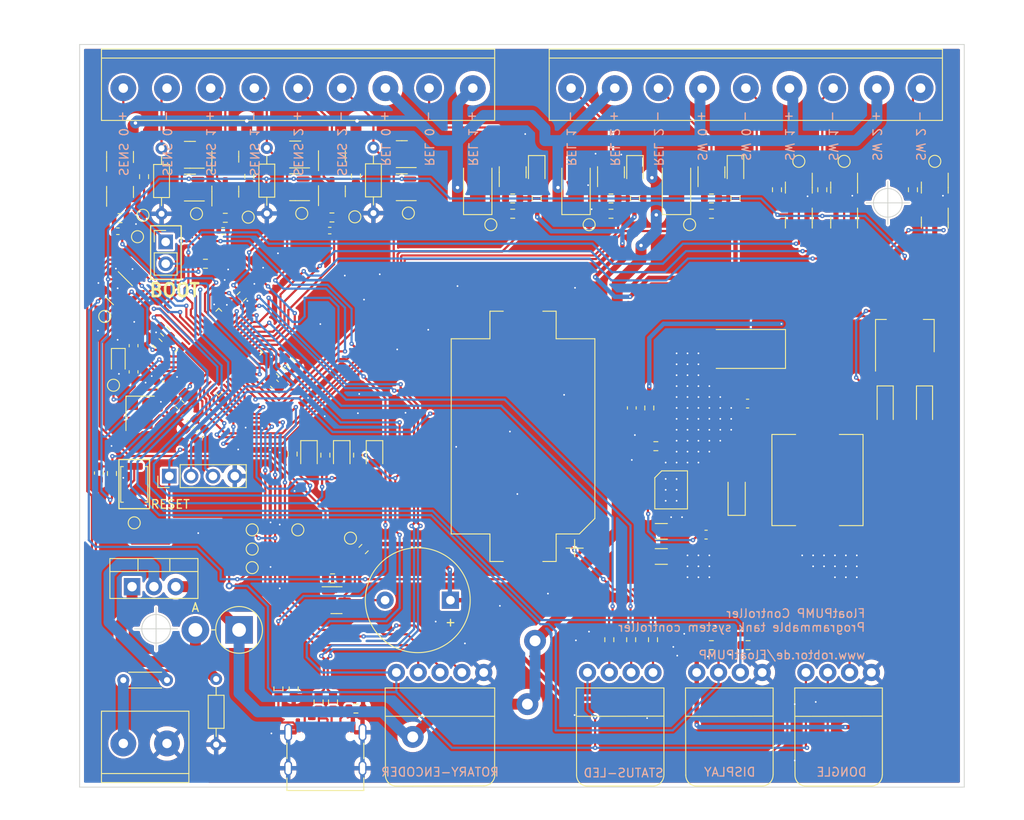
<source format=kicad_pcb>
(kicad_pcb (version 20211014) (generator pcbnew)

  (general
    (thickness 1.6)
  )

  (paper "A4")
  (title_block
    (title "FloatPUMP Basic Boards")
    (date "2022-11-22")
    (rev "1.0")
    (company "www.robtor.de")
  )

  (layers
    (0 "F.Cu" signal)
    (31 "B.Cu" signal)
    (32 "B.Adhes" user "B.Adhesive")
    (33 "F.Adhes" user "F.Adhesive")
    (34 "B.Paste" user)
    (35 "F.Paste" user)
    (36 "B.SilkS" user "B.Silkscreen")
    (37 "F.SilkS" user "F.Silkscreen")
    (38 "B.Mask" user)
    (39 "F.Mask" user)
    (40 "Dwgs.User" user "User.Drawings")
    (41 "Cmts.User" user "User.Comments")
    (42 "Eco1.User" user "User.Eco1")
    (43 "Eco2.User" user "User.Eco2")
    (44 "Edge.Cuts" user)
    (45 "Margin" user)
    (46 "B.CrtYd" user "B.Courtyard")
    (47 "F.CrtYd" user "F.Courtyard")
    (48 "B.Fab" user)
    (49 "F.Fab" user)
    (50 "User.1" user)
    (51 "User.2" user)
    (52 "User.3" user)
    (53 "User.4" user)
    (54 "User.5" user)
    (55 "User.6" user)
    (56 "User.7" user)
    (57 "User.8" user)
    (58 "User.9" user)
  )

  (setup
    (stackup
      (layer "F.SilkS" (type "Top Silk Screen"))
      (layer "F.Paste" (type "Top Solder Paste"))
      (layer "F.Mask" (type "Top Solder Mask") (thickness 0.01))
      (layer "F.Cu" (type "copper") (thickness 0.035))
      (layer "dielectric 1" (type "core") (thickness 1.51) (material "FR4") (epsilon_r 4.5) (loss_tangent 0.02))
      (layer "B.Cu" (type "copper") (thickness 0.035))
      (layer "B.Mask" (type "Bottom Solder Mask") (thickness 0.01))
      (layer "B.Paste" (type "Bottom Solder Paste"))
      (layer "B.SilkS" (type "Bottom Silk Screen"))
      (copper_finish "None")
      (dielectric_constraints no)
    )
    (pad_to_mask_clearance 0)
    (pcbplotparams
      (layerselection 0x00010fc_ffffffff)
      (disableapertmacros false)
      (usegerberextensions false)
      (usegerberattributes true)
      (usegerberadvancedattributes true)
      (creategerberjobfile true)
      (svguseinch false)
      (svgprecision 6)
      (excludeedgelayer true)
      (plotframeref false)
      (viasonmask false)
      (mode 1)
      (useauxorigin false)
      (hpglpennumber 1)
      (hpglpenspeed 20)
      (hpglpendiameter 15.000000)
      (dxfpolygonmode true)
      (dxfimperialunits true)
      (dxfusepcbnewfont true)
      (psnegative false)
      (psa4output false)
      (plotreference true)
      (plotvalue true)
      (plotinvisibletext false)
      (sketchpadsonfab false)
      (subtractmaskfromsilk false)
      (outputformat 1)
      (mirror false)
      (drillshape 1)
      (scaleselection 1)
      (outputdirectory "")
    )
  )

  (net 0 "")
  (net 1 "/cryst1+")
  (net 2 "GND")
  (net 3 "/cryst1-")
  (net 4 "Net-(C3-Pad1)")
  (net 5 "/cryst2+")
  (net 6 "/cryst2-")
  (net 7 "Net-(C6-Pad1)")
  (net 8 "/VBAT")
  (net 9 "/NRST")
  (net 10 "Net-(D1-Pad1)")
  (net 11 "+3.3V")
  (net 12 "Net-(D2-Pad1)")
  (net 13 "Net-(D3-Pad1)")
  (net 14 "/VB")
  (net 15 "T11")
  (net 16 "T13")
  (net 17 "T15")
  (net 18 "T17")
  (net 19 "Net-(C17-Pad1)")
  (net 20 "Net-(C17-Pad2)")
  (net 21 "T20")
  (net 22 "/GPI0")
  (net 23 "/GPI1")
  (net 24 "/GPI2")
  (net 25 "/RRDT")
  (net 26 "/RRCLK")
  (net 27 "/RRSW")
  (net 28 "+5V")
  (net 29 "/I2C1_SDA")
  (net 30 "/I2C1_SCL")
  (net 31 "/USART1_TX")
  (net 32 "/USART1_RX")
  (net 33 "/SWDIO")
  (net 34 "/SWCLK")
  (net 35 "T22")
  (net 36 "unconnected-(J9-PadA8)")
  (net 37 "unconnected-(J9-PadB8)")
  (net 38 "T10")
  (net 39 "T12")
  (net 40 "T14")
  (net 41 "/BOOT0")
  (net 42 "T24")
  (net 43 "T26")
  (net 44 "T28")
  (net 45 "Net-(LS1-Pad2)")
  (net 46 "Net-(Q2-Pad1)")
  (net 47 "Net-(D4-Pad2)")
  (net 48 "Net-(D12-Pad2)")
  (net 49 "Net-(D14-Pad2)")
  (net 50 "Net-(Q9-Pad1)")
  (net 51 "Net-(Q10-Pad1)")
  (net 52 "/LED0")
  (net 53 "/LED1")
  (net 54 "/LED2")
  (net 55 "/LED5")
  (net 56 "/LED4")
  (net 57 "/LED3")
  (net 58 "/BEEP")
  (net 59 "/MPWR0")
  (net 60 "/MPWR1")
  (net 61 "/MPWR2")
  (net 62 "/OCHAN0")
  (net 63 "/OCHAN1")
  (net 64 "/OCHAN2")
  (net 65 "/usb_conn/U_D-")
  (net 66 "/USB_FS_D-")
  (net 67 "/usb_conn/U_D+")
  (net 68 "/USB_FS_D+")
  (net 69 "/usb_conn/U_VBUS")
  (net 70 "/USB_FS_VBUS")
  (net 71 "/usb_conn/CC")
  (net 72 "Net-(D16-Pad2)")
  (net 73 "Net-(Q3-Pad3)")
  (net 74 "Net-(Q3-Pad1)")
  (net 75 "Net-(Q5-Pad3)")
  (net 76 "Net-(C18-Pad1)")
  (net 77 "Net-(TP4-Pad1)")
  (net 78 "Net-(U3-Pad6)")
  (net 79 "T16")
  (net 80 "Net-(J5-Pad2)")
  (net 81 "Net-(J5-Pad3)")
  (net 82 "Net-(J5-Pad4)")
  (net 83 "Net-(J3-Pad2)")
  (net 84 "Net-(Q5-Pad1)")
  (net 85 "Net-(Q7-Pad3)")
  (net 86 "Net-(Q7-Pad1)")
  (net 87 "Net-(Q11-Pad1)")
  (net 88 "Net-(Q1-Pad2)")

  (footprint "Package_TO_SOT_SMD:SOT-23" (layer "F.Cu") (at 112.6975 71.41095 90))

  (footprint "custom_parts:2542R-04" (layer "F.Cu") (at 180.213 127.3302))

  (footprint "Resistor_SMD:R_0603_1608Metric" (layer "F.Cu") (at 119.177451 92.377196 -45))

  (footprint "Resistor_SMD:R_0603_1608Metric" (layer "F.Cu") (at 120.269651 91.310396 -45))

  (footprint "TestPoint:TestPoint_Pad_D1.0mm" (layer "F.Cu") (at 127.762 74.3435))

  (footprint "Resistor_SMD:R_0603_1608Metric" (layer "F.Cu") (at 157.353 123.5202 90))

  (footprint "Package_TO_SOT_SMD:SOT-23" (layer "F.Cu") (at 108.585 67.1322 180))

  (footprint "Resistor_SMD:R_0603_1608Metric" (layer "F.Cu") (at 127.889 69.5937 -90))

  (footprint "TestPoint:TestPoint_Pad_D1.0mm" (layer "F.Cu") (at 155.006 75.2582))

  (footprint "LED_SMD:LED_0805_2012Metric" (layer "F.Cu") (at 160.34 68.9082 -90))

  (footprint "custom_parts:CAMBLOCK CTB0509-2" (layer "F.Cu") (at 105.918 135.5852 180))

  (footprint "Capacitor_SMD:C_0603_1608Metric" (layer "F.Cu") (at 168.6052 111.3028))

  (footprint "Package_TO_SOT_THT:TO-220-3_Vertical" (layer "F.Cu") (at 101.854 117.3532))

  (footprint "TestPoint:TestPoint_Pad_D1.0mm" (layer "F.Cu") (at 179.39 67.8942 90))

  (footprint "Resistor_SMD:R_0603_1608Metric" (layer "F.Cu") (at 146.116 73.9882 180))

  (footprint "Crystal:Crystal_SMD_2012-2Pin_2.0x1.2mm" (layer "F.Cu") (at 100.254451 90.853196 -90))

  (footprint "Resistor_SMD:R_0603_1608Metric" (layer "F.Cu") (at 124.333 102.0572 -90))

  (footprint "Diode_SMD:D_SOD-123F" (layer "F.Cu") (at 172.1612 106.8578 90))

  (footprint "Connector_USB:USB_C_Receptacle_Palconn_UTC16-G" (layer "F.Cu") (at 124.333 136.2202))

  (footprint "Resistor_THT:R_Axial_DIN0204_L3.6mm_D1.6mm_P7.62mm_Horizontal" (layer "F.Cu") (at 105.283 66.3702 -90))

  (footprint "Diode_THT:D_DO-201AD_P5.08mm_Vertical_AnodeUp" (layer "F.Cu") (at 114.3 122.3772 180))

  (footprint "Resistor_SMD:R_0603_1608Metric" (layer "F.Cu") (at 172.024 72.2102 -90))

  (footprint "Resistor_SMD:R_0402_1005Metric" (layer "F.Cu") (at 124.841 75.9437 180))

  (footprint "TestPoint:TestPoint_Pad_D1.0mm" (layer "F.Cu") (at 133.985 73.9117))

  (footprint "custom_parts:CAMBLOCK CTB0509-9" (layer "F.Cu") (at 100.838 59.3852))

  (footprint "Package_TO_SOT_SMD:SOT-23" (layer "F.Cu") (at 125.095 67.3077 90))

  (footprint "Resistor_SMD:R_0603_1608Metric" (layer "F.Cu") (at 162.0012 96.5708 -90))

  (footprint "Package_TO_SOT_SMD:SOT-23" (layer "F.Cu") (at 169.23 69.1622 90))

  (footprint "Capacitor_SMD:C_0603_1608Metric" (layer "F.Cu") (at 108.636451 98.473196 -135))

  (footprint "Resistor_SMD:R_0603_1608Metric" (layer "F.Cu") (at 118.872 129.2352 90))

  (footprint "custom_parts:2542R-04" (layer "F.Cu") (at 167.513 127.3302))

  (footprint "Package_TO_SOT_SMD:SOT-23" (layer "F.Cu") (at 133.223 67.0537 180))

  (footprint "TestPoint:TestPoint_Pad_D1.0mm" (layer "F.Cu") (at 195.199 67.8942 90))

  (footprint "Resistor_SMD:R_0603_1608Metric" (layer "F.Cu") (at 104.8004 89.0524 135))

  (footprint "TestPoint:TestPoint_Pad_D1.0mm" (layer "F.Cu") (at 115.3645 74.38275))

  (footprint "Resistor_SMD:R_0603_1608Metric" (layer "F.Cu") (at 146.116 72.2102))

  (footprint "Resistor_SMD:R_0603_1608Metric" (layer "F.Cu") (at 105.715451 87.678196 135))

  (footprint "Package_TO_SOT_SMD:SOT-23" (layer "F.Cu") (at 184.658 75.0062 -90))

  (footprint "custom_parts:MP9486A-SOIC-8" (layer "F.Cu") (at 164.5412 106.0958 -90))

  (footprint "Capacitor_Tantalum_SMD:CP_EIA-7343-31_Kemet-D" (layer "F.Cu") (at 173.4312 89.7128 180))

  (footprint "TestPoint:TestPoint_Pad_D1.0mm" (layer "F.Cu") (at 109.347 73.9902))

  (footprint "custom_parts:L_MS1040-330M" (layer "F.Cu") (at 181.5592 104.9528 90))

  (footprint "Resistor_SMD:R_0603_1608Metric" (layer "F.Cu") (at 112.6975 74.45895))

  (footprint "Resistor_SMD:R_0603_1608Metric" (layer "F.Cu") (at 192.659 71.1962 -90))

  (footprint "Capacitor_SMD:C_0603_1608Metric" (layer "F.Cu") (at 102.032451 92.377196 -90))

  (footprint "TestPoint:TestPoint_Pad_D1.0mm" (layer "F.Cu") (at 102.108 109.9312))

  (footprint "Resistor_THT:R_Axial_DIN0204_L3.6mm_D1.6mm_P5.08mm_Horizontal" (layer "F.Cu") (at 105.918 128.2192 180))

  (footprint "Package_TO_SOT_SMD:SOT-23" (layer "F.Cu") (at 112.6975 67.34695 90))

  (footprint "Resistor_SMD:R_0603_1608Metric" (layer "F.Cu") (at 125.1712 116.3828))

  (footprint "Resistor_SMD:R_0603_1608Metric" (layer "F.Cu") (at 128.143 102.0572 -90))

  (footprint "TestPoint:TestPoint_Pad_D1.0mm" (layer "F.Cu") (at 143.576 75.2582))

  (footprint "Package_TO_SOT_SMD:SOT-23" (layer "F.Cu") (at 133.223 70.90295 180))

  (footprint "Capacitor_SMD:C_0603_1608Metric" (layer "F.Cu") (at 107.406459 96.187196 -45))

  (footprint "Package_TO_SOT_SMD:SOT-23" (layer "F.Cu") (at 100.457 71.4502 90))

  (footprint "Package_TO_SOT_SMD:SOT-223-3_TabPin2" (layer "F.Cu") (at 191.7192 88.1888 90))

  (footprint "Battery:BatteryHolder_Keystone_1060_1x2032" (layer "F.Cu") (at 147.32 99.8728 90))

  (footprint "TestPoint:TestPoint_Pad_D1.0mm" (layer "F.Cu") (at 127.254 111.7092))

  (footprint "TestPoint:TestPoint_Pad_D1.0mm" (layer "F.Cu") (at 121.5875 73.95095))

  (footprint "TestPoint:TestPoint_Pad_D1.0mm" (layer "F.Cu") (at 121.1326 110.744))

  (footprint "Capacitor_SMD:C_0603_1608Metric" (layer "F.Cu") (at 159.9692 96.5708 90))

  (footprint "LED_SMD:LED_0805_2012Metric" (layer "F.Cu") (at 122.428 102.0572 -90))

  (footprint "Package_TO_SOT_SMD:SOT-23" (layer "F.Cu") (at 120.8255 70.90295 180))

  (footprint "Resistor_SMD:R_0603_1608Metric" (layer "F.Cu") (at 100.457 74.4982))

  (footprint "Buzzer_Beeper:Buzzer_12x9.5RM7.6" (layer "F.Cu") (at 138.8772 118.9228 180))

  (footprint "LED_SMD:LED_0805_2012Metric" (layer "F.Cu")
    (tedit 5F68FEF1) (tstamp 700ecf43-9a15-45ef-93d5-4e95913ef64a)
    (at 130.048 102.0572 -90)
    (descr "LED SMD 0805 (2012 Metric), square (rectangular) end terminal, IPC_7351 nominal, (Body size source: https://docs.google.com/spreadsheets/d/1BsfQQcO9C6DZCsRaXUlFlo91Tg2WpOkGARC1WS5S8t0/edit?usp=sharing), generated with kicad-footprint-generator")
    (tags "LED")
    (property "JLCPCB" " C94613 ")
    (property "Sheetfile" "FloatPUMP.kicad_sch")
    (property "Sheetname" "")
    (path "/34f8d18b-20b4-419c-ac92-810450c3b76f")
    (attr smd)
    (fp_text reference "D3" (at 0 -1.65 90) (l
... [2094362 chars truncated]
</source>
